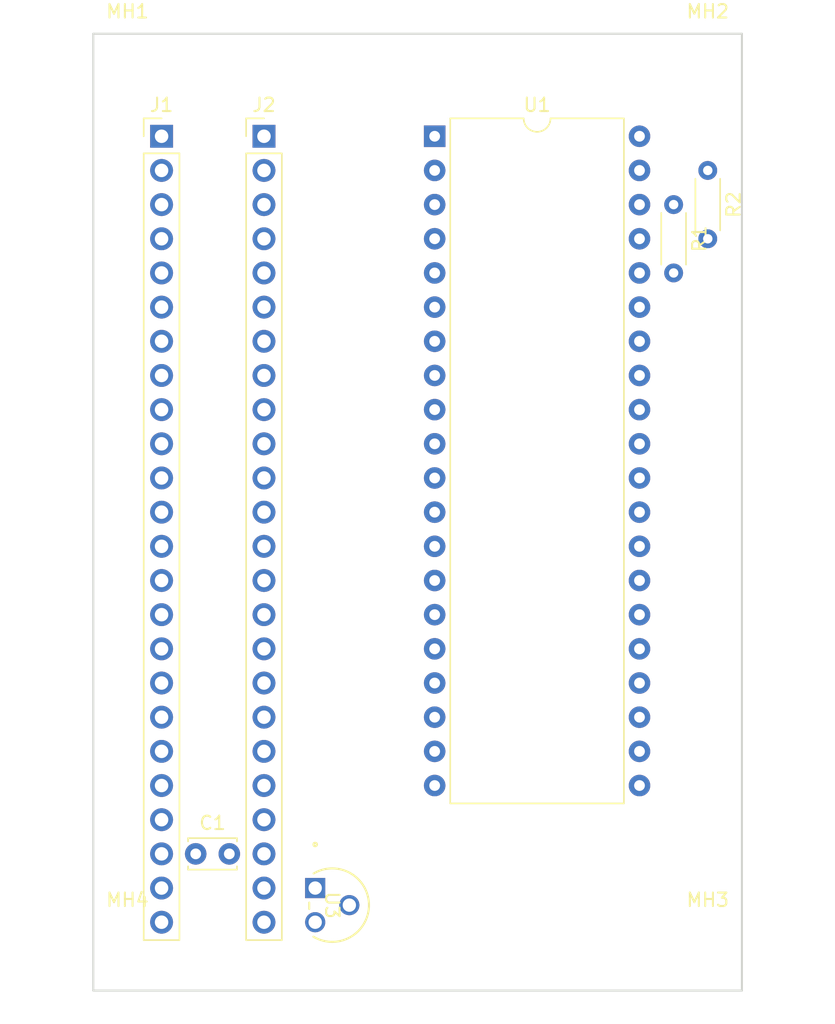
<source format=kicad_pcb>
(kicad_pcb (version 20221018) (generator pcbnew)
  (title_block (title "BionicMC68HC11D") (date "2024-03-16") (rev "4") (company "Tadashi G. Takaoka"))
  (layers (0 "F.Cu" signal) (31 "B.Cu" signal) (34 "B.Paste" user) (35 "F.Paste" user) (36 "B.SilkS" user "B.Silkscreen") (37 "F.SilkS" user "F.Silkscreen") (38 "B.Mask" user) (39 "F.Mask" user) (44 "Edge.Cuts" user))
  (net 0 "")
  (net 1 "VCC")
  (net 2 "GND")
  (net 4 "/P26")
  (net 5 "/P30")
  (net 6 "/P27")
  (net 7 "/P47")
  (net 8 "/P31")
  (net 9 "/P46")
  (net 10 "/P32")
  (net 11 "/P33")
  (net 12 "/P25")
  (net 13 "/P24")
  (net 14 "/P23")
  (net 15 "/P22")
  (net 16 "/P21")
  (net 17 "/P20")
  (net 18 "/P34")
  (net 19 "/P17")
  (net 20 "/P16")
  (net 21 "/P35")
  (net 22 "/P15")
  (net 23 "/P40")
  (net 24 "/P14")
  (net 25 "/P41")
  (net 26 "/P13")
  (net 27 "/P42")
  (net 28 "/P12")
  (net 29 "/P11")
  (net 30 "/P44")
  (net 31 "/P10")
  (net 32 "/P45")
  (net 33 "/P36")
  (net 34 "/P37")
  (net 35 "/P50")
  (net 36 "/P43")
  (net 37 "/P51")
  (net 38 "/P53")
  (net 40 "/P55")
  (net 41 "/P54")
  (net 44 "Net-(J2-P57)")
  (footprint "MountingHole:MountingHole_3.2mm_M3" (layer "F.Cu") (at 101 70)
    (fp_text reference "MH1" (at 0 -4.2) (layer "F.SilkS"))
    (fp_text value "MountingHole_3.2mm_M3")
    (pad "" np_thru_hole circle (at 0 0) (size 3.2 3.2) (drill 3.2) (layers "*.Cu" "*.Mask"))
  )
  (footprint "MountingHole:MountingHole_3.2mm_M3" (layer "F.Cu") (at 144.18 70)
    (fp_text reference "MH2" (at 0 -4.2) (layer "F.SilkS"))
    (fp_text value "MountingHole_3.2mm_M3")
    (pad "" np_thru_hole circle (at 0 0) (size 3.2 3.2) (drill 3.2) (layers "*.Cu" "*.Mask"))
  )
  (footprint "MountingHole:MountingHole_3.2mm_M3" (layer "F.Cu") (at 144.18 136.04)
    (fp_text reference "MH3" (at 0 -4.2) (layer "F.SilkS"))
    (fp_text value "MountingHole_3.2mm_M3")
    (pad "" np_thru_hole circle (at 0 0) (size 3.2 3.2) (drill 3.2) (layers "*.Cu" "*.Mask"))
  )
  (footprint "MountingHole:MountingHole_3.2mm_M3" (layer "F.Cu") (at 101 136.04)
    (fp_text reference "MH4" (at 0 -4.2) (layer "F.SilkS"))
    (fp_text value "MountingHole_3.2mm_M3")
    (pad "" np_thru_hole circle (at 0 0) (size 3.2 3.2) (drill 3.2) (layers "*.Cu" "*.Mask"))
  )
  (footprint "Package_DIP:DIP-40_W15.24mm" (layer "F.Cu") (at 123.86 75.08)
    (fp_text reference "U1" (at 7.62 -2.33) (layer "F.SilkS"))
    (fp_text value "MC68HC11D0P")
    (fp_line (start 1.16 -1.33) (end 1.16 49.59) (stroke (width 0.12)) (layer "F.SilkS"))
    (fp_line (start 1.16 49.59) (end 14.08 49.59) (stroke (width 0.12)) (layer "F.SilkS"))
    (fp_line (start 6.62 -1.33) (end 1.16 -1.33) (stroke (width 0.12)) (layer "F.SilkS"))
    (fp_line (start 14.08 -1.33) (end 8.62 -1.33) (stroke (width 0.12)) (layer "F.SilkS"))
    (fp_line (start 14.08 49.59) (end 14.08 -1.33) (stroke (width 0.12)) (layer "F.SilkS"))
    (fp_arc (start 8.62 -1.33) (mid 7.62 -0.33) (end 6.62 -1.33) (stroke (width 0.12)) (layer "F.SilkS"))
    (pad "1" thru_hole rect (at 0 0) (size 1.6 1.6) (drill 0.8) (layers "*.Cu" "*.Mask") (net 2 "GND"))
    (pad "2" thru_hole oval (at 0 2.54) (size 1.6 1.6) (drill 0.8) (layers "*.Cu" "*.Mask") (net 31 "/P10"))
    (pad "3" thru_hole oval (at 0 5.08) (size 1.6 1.6) (drill 0.8) (layers "*.Cu" "*.Mask") (net 29 "/P11"))
    (pad "4" thru_hole oval (at 0 7.62) (size 1.6 1.6) (drill 0.8) (layers "*.Cu" "*.Mask") (net 28 "/P12"))
    (pad "5" thru_hole oval (at 0 10.16) (size 1.6 1.6) (drill 0.8) (layers "*.Cu" "*.Mask") (net 26 "/P13"))
    (pad "6" thru_hole oval (at 0 12.7) (size 1.6 1.6) (drill 0.8) (layers "*.Cu" "*.Mask") (net 24 "/P14"))
    (pad "7" thru_hole oval (at 0 15.24) (size 1.6 1.6) (drill 0.8) (layers "*.Cu" "*.Mask") (net 22 "/P15"))
    (pad "8" thru_hole oval (at 0 17.78) (size 1.6 1.6) (drill 0.8) (layers "*.Cu" "*.Mask") (net 20 "/P16"))
    (pad "9" thru_hole oval (at 0 20.32) (size 1.6 1.6) (drill 0.8) (layers "*.Cu" "*.Mask") (net 19 "/P17"))
    (pad "10" thru_hole oval (at 0 22.86) (size 1.6 1.6) (drill 0.8) (layers "*.Cu" "*.Mask") (net 36 "/P43"))
    (pad "11" thru_hole oval (at 0 25.4) (size 1.6 1.6) (drill 0.8) (layers "*.Cu" "*.Mask") (net 25 "/P41"))
    (pad "12" thru_hole oval (at 0 27.94) (size 1.6 1.6) (drill 0.8) (layers "*.Cu" "*.Mask") (net 23 "/P40"))
    (pad "13" thru_hole oval (at 0 30.48) (size 1.6 1.6) (drill 0.8) (layers "*.Cu" "*.Mask") (net 38 "/P53"))
    (pad "14" thru_hole oval (at 0 33.02) (size 1.6 1.6) (drill 0.8) (layers "*.Cu" "*.Mask") (net 27 "/P42"))
    (pad "15" thru_hole oval (at 0 35.56) (size 1.6 1.6) (drill 0.8) (layers "*.Cu" "*.Mask") (net 32 "/P45"))
    (pad "16" thru_hole oval (at 0 38.1) (size 1.6 1.6) (drill 0.8) (layers "*.Cu" "*.Mask") (net 30 "/P44"))
    (pad "17" thru_hole oval (at 0 40.64) (size 1.6 1.6) (drill 0.8) (layers "*.Cu" "*.Mask") (net 18 "/P34"))
    (pad "18" thru_hole oval (at 0 43.18) (size 1.6 1.6) (drill 0.8) (layers "*.Cu" "*.Mask") (net 21 "/P35"))
    (pad "19" thru_hole oval (at 0 45.72) (size 1.6 1.6) (drill 0.8) (layers "*.Cu" "*.Mask") (net 33 "/P36"))
    (pad "20" thru_hole oval (at 0 48.26) (size 1.6 1.6) (drill 0.8) (layers "*.Cu" "*.Mask") (net 34 "/P37"))
    (pad "21" thru_hole oval (at 15.24 48.26) (size 1.6 1.6) (drill 0.8) (layers "*.Cu" "*.Mask") (net 1 "VCC"))
    (pad "22" thru_hole oval (at 15.24 45.72) (size 1.6 1.6) (drill 0.8) (layers "*.Cu" "*.Mask") (net 40 "/P55"))
    (pad "23" thru_hole oval (at 15.24 43.18) (size 1.6 1.6) (drill 0.8) (layers "*.Cu" "*.Mask") (net 41 "/P54"))
    (pad "24" thru_hole oval (at 15.24 40.64) (size 1.6 1.6) (drill 0.8) (layers "*.Cu" "*.Mask") (net 11 "/P33"))
    (pad "25" thru_hole oval (at 15.24 38.1) (size 1.6 1.6) (drill 0.8) (layers "*.Cu" "*.Mask") (net 10 "/P32"))
    (pad "26" thru_hole oval (at 15.24 35.56) (size 1.6 1.6) (drill 0.8) (layers "*.Cu" "*.Mask") (net 8 "/P31"))
    (pad "27" thru_hole oval (at 15.24 33.02) (size 1.6 1.6) (drill 0.8) (layers "*.Cu" "*.Mask") (net 5 "/P30"))
    (pad "28" thru_hole oval (at 15.24 30.48) (size 1.6 1.6) (drill 0.8) (layers "*.Cu" "*.Mask") (net 6 "/P27"))
    (pad "29" thru_hole oval (at 15.24 27.94) (size 1.6 1.6) (drill 0.8) (layers "*.Cu" "*.Mask") (net 4 "/P26"))
    (pad "30" thru_hole oval (at 15.24 25.4) (size 1.6 1.6) (drill 0.8) (layers "*.Cu" "*.Mask") (net 12 "/P25"))
    (pad "31" thru_hole oval (at 15.24 22.86) (size 1.6 1.6) (drill 0.8) (layers "*.Cu" "*.Mask") (net 13 "/P24"))
    (pad "32" thru_hole oval (at 15.24 20.32) (size 1.6 1.6) (drill 0.8) (layers "*.Cu" "*.Mask") (net 14 "/P23"))
    (pad "33" thru_hole oval (at 15.24 17.78) (size 1.6 1.6) (drill 0.8) (layers "*.Cu" "*.Mask") (net 15 "/P22"))
    (pad "34" thru_hole oval (at 15.24 15.24) (size 1.6 1.6) (drill 0.8) (layers "*.Cu" "*.Mask") (net 16 "/P21"))
    (pad "35" thru_hole oval (at 15.24 12.7) (size 1.6 1.6) (drill 0.8) (layers "*.Cu" "*.Mask") (net 17 "/P20"))
    (pad "36" thru_hole oval (at 15.24 10.16) (size 1.6 1.6) (drill 0.8) (layers "*.Cu" "*.Mask") (net 37 "/P51"))
    (pad "37" thru_hole oval (at 15.24 7.62) (size 1.6 1.6) (drill 0.8) (layers "*.Cu" "*.Mask") (net 35 "/P50"))
    (pad "38" thru_hole oval (at 15.24 5.08) (size 1.6 1.6) (drill 0.8) (layers "*.Cu" "*.Mask") (net 7 "/P47"))
    (pad "39" thru_hole oval (at 15.24 2.54) (size 1.6 1.6) (drill 0.8) (layers "*.Cu" "*.Mask") (net 9 "/P46"))
    (pad "40" thru_hole oval (at 15.24 0) (size 1.6 1.6) (drill 0.8) (layers "*.Cu" "*.Mask"))
  )
  (footprint "Resistor_THT:R_Axial_DIN0204_L3.6mm_D1.6mm_P5.08mm_Horizontal" (layer "F.Cu") (at 141.64 80.16 -90)
    (fp_text reference "R1" (at 2.54 -1.92 90) (layer "F.SilkS"))
    (fp_text value "10k")
    (fp_line (start 0.62 -0.92) (end 4.46 -0.92) (stroke (width 0.12)) (layer "F.SilkS"))
    (fp_line (start 0.62 0.92) (end 4.46 0.92) (stroke (width 0.12)) (layer "F.SilkS"))
    (pad "1" thru_hole circle (at 0 0 270) (size 1.4 1.4) (drill 0.7) (layers "*.Cu" "*.Mask") (net 1 "VCC"))
    (pad "2" thru_hole oval (at 5.08 0 270) (size 1.4 1.4) (drill 0.7) (layers "*.Cu" "*.Mask") (net 37 "/P51"))
  )
  (footprint "connector:Bionic-P135_Vertical" (layer "F.Cu") (at 103.54 75.08)
    (fp_text reference "J1" (at 0 -2.33) (layer "F.SilkS"))
    (fp_text value "Bionic-P135")
    (fp_line (start -1.33 -1.33) (end 0 -1.33) (stroke (width 0.12)) (layer "F.SilkS"))
    (fp_line (start -1.33 0) (end -1.33 -1.33) (stroke (width 0.12)) (layer "F.SilkS"))
    (fp_line (start -1.33 1.27) (end -1.33 59.75) (stroke (width 0.12)) (layer "F.SilkS"))
    (fp_line (start -1.33 1.27) (end 1.33 1.27) (stroke (width 0.12)) (layer "F.SilkS"))
    (fp_line (start -1.33 59.75) (end 1.33 59.75) (stroke (width 0.12)) (layer "F.SilkS"))
    (fp_line (start 1.33 1.27) (end 1.33 59.75) (stroke (width 0.12)) (layer "F.SilkS"))
    (pad "1" thru_hole rect (at 0 0) (size 1.7 1.7) (drill 1) (layers "*.Cu" "*.Mask") (net 2 "GND"))
    (pad "2" thru_hole oval (at 0 2.54) (size 1.7 1.7) (drill 1) (layers "*.Cu" "*.Mask") (net 31 "/P10"))
    (pad "3" thru_hole oval (at 0 5.08) (size 1.7 1.7) (drill 1) (layers "*.Cu" "*.Mask") (net 29 "/P11"))
    (pad "4" thru_hole oval (at 0 7.62) (size 1.7 1.7) (drill 1) (layers "*.Cu" "*.Mask") (net 28 "/P12"))
    (pad "5" thru_hole oval (at 0 10.16) (size 1.7 1.7) (drill 1) (layers "*.Cu" "*.Mask") (net 26 "/P13"))
    (pad "6" thru_hole oval (at 0 12.7) (size 1.7 1.7) (drill 1) (layers "*.Cu" "*.Mask") (net 24 "/P14"))
    (pad "7" thru_hole oval (at 0 15.24) (size 1.7 1.7) (drill 1) (layers "*.Cu" "*.Mask") (net 22 "/P15"))
    (pad "8" thru_hole oval (at 0 17.78) (size 1.7 1.7) (drill 1) (layers "*.Cu" "*.Mask") (net 20 "/P16"))
    (pad "9" thru_hole oval (at 0 20.32) (size 1.7 1.7) (drill 1) (layers "*.Cu" "*.Mask") (net 19 "/P17"))
    (pad "10" thru_hole oval (at 0 22.86) (size 1.7 1.7) (drill 1) (layers "*.Cu" "*.Mask"))
    (pad "11" thru_hole oval (at 0 25.4) (size 1.7 1.7) (drill 1) (layers "*.Cu" "*.Mask") (net 5 "/P30"))
    (pad "12" thru_hole oval (at 0 27.94) (size 1.7 1.7) (drill 1) (layers "*.Cu" "*.Mask") (net 8 "/P31"))
    (pad "13" thru_hole oval (at 0 30.48) (size 1.7 1.7) (drill 1) (layers "*.Cu" "*.Mask") (net 10 "/P32"))
    (pad "14" thru_hole oval (at 0 33.02) (size 1.7 1.7) (drill 1) (layers "*.Cu" "*.Mask") (net 11 "/P33"))
    (pad "15" thru_hole oval (at 0 35.56) (size 1.7 1.7) (drill 1) (layers "*.Cu" "*.Mask") (net 18 "/P34"))
    (pad "16" thru_hole oval (at 0 38.1) (size 1.7 1.7) (drill 1) (layers "*.Cu" "*.Mask") (net 21 "/P35"))
    (pad "17" thru_hole oval (at 0 40.64) (size 1.7 1.7) (drill 1) (layers "*.Cu" "*.Mask") (net 33 "/P36"))
    (pad "18" thru_hole oval (at 0 43.18) (size 1.7 1.7) (drill 1) (layers "*.Cu" "*.Mask") (net 34 "/P37"))
    (pad "19" thru_hole oval (at 0 45.72) (size 1.7 1.7) (drill 1) (layers "*.Cu" "*.Mask"))
    (pad "20" thru_hole oval (at 0 48.26) (size 1.7 1.7) (drill 1) (layers "*.Cu" "*.Mask") (net 35 "/P50"))
    (pad "21" thru_hole oval (at 0 50.8) (size 1.7 1.7) (drill 1) (layers "*.Cu" "*.Mask") (net 37 "/P51"))
    (pad "22" thru_hole oval (at 0 53.34) (size 1.7 1.7) (drill 1) (layers "*.Cu" "*.Mask"))
    (pad "23" thru_hole oval (at 0 55.88) (size 1.7 1.7) (drill 1) (layers "*.Cu" "*.Mask") (net 38 "/P53"))
    (pad "24" thru_hole oval (at 0 58.42) (size 1.7 1.7) (drill 1) (layers "*.Cu" "*.Mask") (net 1 "VCC"))
  )
  (footprint "Capacitor_THT:C_Disc_D3.4mm_W2.1mm_P2.50mm" (layer "F.Cu") (at 106.08 128.42)
    (fp_text reference "C1" (at 1.25 -2.3) (layer "F.SilkS"))
    (fp_text value "0.1u")
    (fp_line (start -0.57 -1.17) (end -0.57 -0.925) (stroke (width 0.12)) (layer "F.SilkS"))
    (fp_line (start -0.57 -1.17) (end 3.07 -1.17) (stroke (width 0.12)) (layer "F.SilkS"))
    (fp_line (start -0.57 0.925) (end -0.57 1.17) (stroke (width 0.12)) (layer "F.SilkS"))
    (fp_line (start -0.57 1.17) (end 3.07 1.17) (stroke (width 0.12)) (layer "F.SilkS"))
    (fp_line (start 3.07 -1.17) (end 3.07 -0.925) (stroke (width 0.12)) (layer "F.SilkS"))
    (fp_line (start 3.07 0.925) (end 3.07 1.17) (stroke (width 0.12)) (layer "F.SilkS"))
    (pad "1" thru_hole circle (at 0 0) (size 1.6 1.6) (drill 0.8) (layers "*.Cu" "*.Mask") (net 1 "VCC"))
    (pad "2" thru_hole circle (at 2.5 0) (size 1.6 1.6) (drill 0.8) (layers "*.Cu" "*.Mask") (net 2 "GND"))
  )
  (footprint "microchip:TO-92_MC_MCH" (layer "F.Cu") (at 114.97 130.96 -90)
    (fp_text reference "U3" (at 1.27 -1.27 -90 unlocked) (layer "F.SilkS"))
    (fp_text value "11AA010-I/TO")
    (fp_line (start 1.08204 0.4445) (end 1.553476 0.4445) (stroke (width 0.1524)) (layer "F.SilkS"))
    (fp_arc (start -1.08204 0.116917) (mid 0.551186 -3.904186) (end 4.0005 -1.27) (stroke (width 0.1524)) (layer "F.SilkS"))
    (fp_arc (start 4.0005 -1.269999) (mid 3.90215 -0.543764) (end 3.614184 0.130155) (stroke (width 0.1524)) (layer "F.SilkS"))
    (fp_circle (center -3.2385 0) (end -3.1115 0) (stroke (width 0.1524)) (fill none) (layer "F.SilkS"))
    (pad "1" thru_hole rect (at 0 0 270) (size 1.4986 1.4986) (drill 0.9906) (layers "*.Cu" "*.Mask") (net 2 "GND"))
    (pad "2" thru_hole circle (at 1.27 -2.54 270) (size 1.4986 1.4986) (drill 0.9906) (layers "*.Cu" "*.Mask") (net 44 "Net-(J2-P57)"))
    (pad "3" thru_hole circle (at 2.54 0 270) (size 1.4986 1.4986) (drill 0.9906) (layers "*.Cu" "*.Mask") (net 1 "VCC"))
  )
  (footprint "Resistor_THT:R_Axial_DIN0204_L3.6mm_D1.6mm_P5.08mm_Horizontal" (layer "F.Cu") (at 144.18 77.62 -90)
    (fp_text reference "R2" (at 2.54 -1.92 90) (layer "F.SilkS"))
    (fp_text value "10k")
    (fp_line (start 0.62 -0.92) (end 4.46 -0.92) (stroke (width 0.12)) (layer "F.SilkS"))
    (fp_line (start 0.62 0.92) (end 4.46 0.92) (stroke (width 0.12)) (layer "F.SilkS"))
    (pad "1" thru_hole circle (at 0 0 270) (size 1.4 1.4) (drill 0.7) (layers "*.Cu" "*.Mask") (net 1 "VCC"))
    (pad "2" thru_hole oval (at 5.08 0 270) (size 1.4 1.4) (drill 0.7) (layers "*.Cu" "*.Mask") (net 35 "/P50"))
  )
  (footprint "connector:Bionic-P245_Vertical" (layer "F.Cu") (at 111.16 75.08)
    (fp_text reference "J2" (at 0 -2.33) (layer "F.SilkS"))
    (fp_text value "Bionic-P245")
    (fp_line (start -1.33 -1.33) (end 0 -1.33) (stroke (width 0.12)) (layer "F.SilkS"))
    (fp_line (start -1.33 0) (end -1.33 -1.33) (stroke (width 0.12)) (layer "F.SilkS"))
    (fp_line (start -1.33 1.27) (end -1.33 59.75) (stroke (width 0.12)) (layer "F.SilkS"))
    (fp_line (start -1.33 1.27) (end 1.33 1.27) (stroke (width 0.12)) (layer "F.SilkS"))
    (fp_line (start -1.33 59.75) (end 1.33 59.75) (stroke (width 0.12)) (layer "F.SilkS"))
    (fp_line (start 1.33 1.27) (end 1.33 59.75) (stroke (width 0.12)) (layer "F.SilkS"))
    (pad "25" thru_hole oval (at 0 58.42) (size 1.7 1.7) (drill 1) (layers "*.Cu" "*.Mask") (net 1 "VCC"))
    (pad "26" thru_hole oval (at 0 55.88) (size 1.7 1.7) (drill 1) (layers "*.Cu" "*.Mask") (net 44 "Net-(J2-P57)"))
    (pad "27" thru_hole oval (at 0 53.34) (size 1.7 1.7) (drill 1) (layers "*.Cu" "*.Mask"))
    (pad "28" thru_hole oval (at 0 50.8) (size 1.7 1.7) (drill 1) (layers "*.Cu" "*.Mask") (net 40 "/P55"))
    (pad "29" thru_hole oval (at 0 48.26) (size 1.7 1.7) (drill 1) (layers "*.Cu" "*.Mask") (net 41 "/P54"))
    (pad "30" thru_hole oval (at 0 45.72) (size 1.7 1.7) (drill 1) (layers "*.Cu" "*.Mask"))
    (pad "31" thru_hole oval (at 0 43.18) (size 1.7 1.7) (drill 1) (layers "*.Cu" "*.Mask") (net 7 "/P47"))
    (pad "32" thru_hole oval (at 0 40.64) (size 1.7 1.7) (drill 1) (layers "*.Cu" "*.Mask") (net 9 "/P46"))
    (pad "33" thru_hole oval (at 0 38.1) (size 1.7 1.7) (drill 1) (layers "*.Cu" "*.Mask") (net 32 "/P45"))
    (pad "34" thru_hole oval (at 0 35.56) (size 1.7 1.7) (drill 1) (layers "*.Cu" "*.Mask") (net 30 "/P44"))
    (pad "35" thru_hole oval (at 0 33.02) (size 1.7 1.7) (drill 1) (layers "*.Cu" "*.Mask") (net 36 "/P43"))
    (pad "36" thru_hole oval (at 0 30.48) (size 1.7 1.7) (drill 1) (layers "*.Cu" "*.Mask") (net 27 "/P42"))
    (pad "37" thru_hole oval (at 0 27.94) (size 1.7 1.7) (drill 1) (layers "*.Cu" "*.Mask") (net 25 "/P41"))
    (pad "38" thru_hole oval (at 0 25.4) (size 1.7 1.7) (drill 1) (layers "*.Cu" "*.Mask") (net 23 "/P40"))
    (pad "39" thru_hole oval (at 0 22.86) (size 1.7 1.7) (drill 1) (layers "*.Cu" "*.Mask"))
    (pad "40" thru_hole oval (at 0 20.32) (size 1.7 1.7) (drill 1) (layers "*.Cu" "*.Mask") (net 6 "/P27"))
    (pad "41" thru_hole oval (at 0 17.78) (size 1.7 1.7) (drill 1) (layers "*.Cu" "*.Mask") (net 4 "/P26"))
    (pad "42" thru_hole oval (at 0 15.24) (size 1.7 1.7) (drill 1) (layers "*.Cu" "*.Mask") (net 12 "/P25"))
    (pad "43" thru_hole oval (at 0 12.7) (size 1.7 1.7) (drill 1) (layers "*.Cu" "*.Mask") (net 13 "/P24"))
    (pad "44" thru_hole oval (at 0 10.16) (size 1.7 1.7) (drill 1) (layers "*.Cu" "*.Mask") (net 14 "/P23"))
    (pad "45" thru_hole oval (at 0 7.62) (size 1.7 1.7) (drill 1) (layers "*.Cu" "*.Mask") (net 15 "/P22"))
    (pad "46" thru_hole oval (at 0 5.08) (size 1.7 1.7) (drill 1) (layers "*.Cu" "*.Mask") (net 16 "/P21"))
    (pad "47" thru_hole oval (at 0 2.54) (size 1.7 1.7) (drill 1) (layers "*.Cu" "*.Mask") (net 17 "/P20"))
    (pad "48" thru_hole rect (at 0 0) (size 1.7 1.7) (drill 1) (layers "*.Cu" "*.Mask") (net 2 "GND"))
  )
  (gr_line (start 98.46 138.58) (end 98.46 67.46) (stroke (width 0.15)) (layer "Edge.Cuts"))
  (gr_line (start 146.72 138.58) (end 98.46 138.58) (stroke (width 0.15)) (layer "Edge.Cuts"))
  (gr_line (start 98.46 67.46) (end 146.72 67.46) (stroke (width 0.15)) (layer "Edge.Cuts"))
  (gr_line (start 146.72 67.46) (end 146.72 138.58) (stroke (width 0.15)) (layer "Edge.Cuts"))
)
</source>
